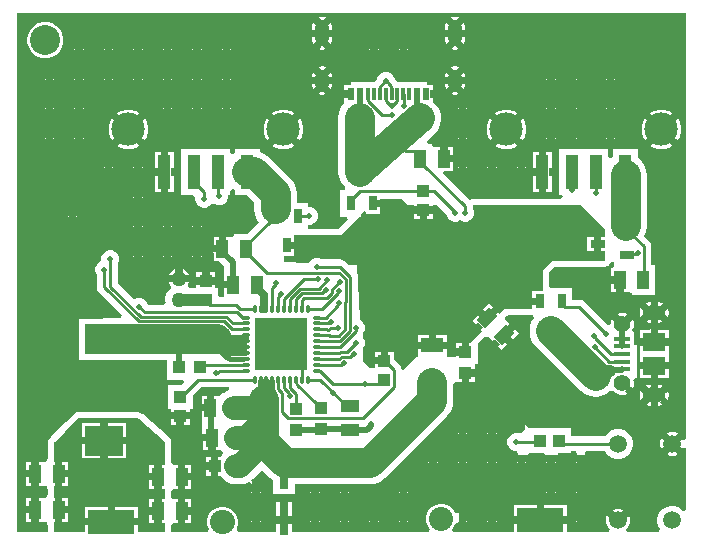
<source format=gtl>
G04*
G04 #@! TF.GenerationSoftware,Altium Limited,Altium Designer,24.3.1 (35)*
G04*
G04 Layer_Physical_Order=1*
G04 Layer_Color=255*
%FSLAX44Y44*%
%MOMM*%
G71*
G04*
G04 #@! TF.SameCoordinates,C75BA454-7026-4FA9-A0C7-AF5AFDCDB590*
G04*
G04*
G04 #@! TF.FilePolarity,Positive*
G04*
G01*
G75*
%ADD10C,0.5080*%
%ADD11C,0.2540*%
%ADD18R,0.7000X1.2500*%
%ADD19R,1.9558X1.5494*%
%ADD20R,1.3970X0.4572*%
%ADD21R,1.0000X1.5500*%
%ADD22R,1.1000X1.0000*%
%ADD23R,3.2004X2.4994*%
%ADD24O,0.2800X0.8000*%
%ADD25O,0.8000X0.2800*%
%ADD26R,4.5000X4.5000*%
G04:AMPARAMS|DCode=27|XSize=1mm|YSize=1.55mm|CornerRadius=0mm|HoleSize=0mm|Usage=FLASHONLY|Rotation=315.000|XOffset=0mm|YOffset=0mm|HoleType=Round|Shape=Rectangle|*
%AMROTATEDRECTD27*
4,1,4,-0.9016,-0.1945,0.1945,0.9016,0.9016,0.1945,-0.1945,-0.9016,-0.9016,-0.1945,0.0*
%
%ADD27ROTATEDRECTD27*%

%ADD28R,1.0000X1.1000*%
%ADD29R,0.6096X1.0922*%
%ADD30R,0.3048X1.0922*%
%ADD31R,1.1176X2.8702*%
%ADD32R,1.9000X1.2000*%
%ADD33R,1.5500X1.0000*%
%ADD34R,1.2500X0.7000*%
%ADD35R,0.8000X2.5000*%
%ADD54O,1.1176X1.9050*%
%ADD55O,1.9558X1.2700*%
%ADD56C,1.3970*%
%ADD59O,1.1176X2.3114*%
%ADD60C,1.4986*%
%ADD64C,2.5400*%
%ADD65C,1.0160*%
%ADD66C,0.6350*%
%ADD67C,2.0320*%
%ADD68C,0.4064*%
%ADD69C,0.3810*%
%ADD70C,0.6096*%
%ADD71C,0.6604*%
%ADD72C,2.5400*%
%ADD73C,2.0320*%
%ADD74C,2.8194*%
%ADD75R,4.0000X2.0000*%
%ADD76C,0.5080*%
%ADD77C,1.2700*%
%ADD78C,0.6604*%
%ADD79C,0.6096*%
G36*
X964524Y852043D02*
X964525Y661344D01*
X964525Y491349D01*
X961985Y490998D01*
X961494Y492184D01*
X959284Y489974D01*
X954794Y494464D01*
X957004Y496674D01*
X954496Y497713D01*
X950504D01*
X947996Y496674D01*
X950206Y494464D01*
X945716Y489974D01*
X943506Y492184D01*
X942467Y489676D01*
Y485684D01*
X943506Y483176D01*
X945716Y485386D01*
X950206Y480896D01*
X947996Y478686D01*
X950504Y477647D01*
X954496D01*
X957004Y478686D01*
X954794Y480896D01*
X959284Y485386D01*
X961494Y483176D01*
X961985Y484362D01*
X964525Y483857D01*
X964526Y431849D01*
X964379Y431741D01*
X961986Y430974D01*
X960220Y432740D01*
X957353Y434395D01*
X954155Y435252D01*
X950845D01*
X947647Y434395D01*
X944780Y432740D01*
X942439Y430399D01*
X940784Y427532D01*
X939927Y424334D01*
Y421024D01*
X940784Y417826D01*
X942204Y415365D01*
X941365Y412825D01*
X914427D01*
X913375Y415365D01*
X915006Y416996D01*
X916533Y420683D01*
Y424674D01*
X915494Y427183D01*
X913284Y424973D01*
X908794Y429463D01*
X911004Y431673D01*
X908496Y432712D01*
X904504D01*
X901996Y431673D01*
X904206Y429463D01*
X899716Y424973D01*
X897506Y427183D01*
X896467Y424674D01*
Y420683D01*
X897994Y416996D01*
X899625Y415365D01*
X898572Y412825D01*
X863280D01*
Y419735D01*
X860371D01*
Y426085D01*
X863280D01*
Y435450D01*
X843915D01*
Y432542D01*
X837565D01*
Y435450D01*
X818200D01*
Y426085D01*
X821109D01*
Y419735D01*
X818200D01*
Y412825D01*
X767118D01*
X766066Y415365D01*
X767083Y416382D01*
X768755Y419278D01*
X769006Y420217D01*
X771825Y420973D01*
Y425000D01*
Y429009D01*
X771493Y428677D01*
X769112Y429029D01*
X768713Y429179D01*
X768690Y429193D01*
X767083Y431978D01*
X764718Y434342D01*
X761822Y436015D01*
X758592Y436880D01*
X755248D01*
X752018Y436015D01*
X749122Y434342D01*
X746758Y431978D01*
X745086Y429082D01*
X744220Y425852D01*
Y422508D01*
X745086Y419278D01*
X746758Y416382D01*
X747774Y415365D01*
X746722Y412825D01*
X630110D01*
Y419735D01*
X627201D01*
Y426085D01*
X630110D01*
Y437950D01*
X626745D01*
Y435041D01*
X620395D01*
Y437950D01*
X617030D01*
Y426085D01*
X619939D01*
Y419735D01*
X617030D01*
Y412825D01*
X585089D01*
X583623Y415365D01*
X584110Y416210D01*
X584976Y419440D01*
Y422784D01*
X584110Y426014D01*
X582438Y428910D01*
X580074Y431275D01*
X579487Y431613D01*
X579298Y431802D01*
X576402Y433475D01*
X573172Y434340D01*
X569828D01*
X566598Y433475D01*
X563702Y431802D01*
X561338Y429438D01*
X559665Y426542D01*
X558800Y423312D01*
Y419968D01*
X559665Y416738D01*
X560458Y415365D01*
X558992Y412825D01*
X528419D01*
Y418152D01*
X529510Y420240D01*
X530960Y420240D01*
X533875D01*
Y423148D01*
X540225D01*
Y420240D01*
X544590D01*
Y427355D01*
X541681D01*
Y433705D01*
X544590D01*
Y440820D01*
X540225D01*
Y437911D01*
X533875D01*
Y440820D01*
X530960D01*
X529510Y440820D01*
X528419Y442908D01*
Y447362D01*
X529510Y449450D01*
X530960Y449450D01*
X533875D01*
Y452359D01*
X540225D01*
Y449450D01*
X544590D01*
Y456565D01*
X541681D01*
Y462915D01*
X544590D01*
Y470030D01*
X540225D01*
Y467122D01*
X533875D01*
Y470030D01*
X530960D01*
X529510Y470030D01*
X528419Y472118D01*
Y477198D01*
Y488316D01*
X528348Y488675D01*
X528352Y488695D01*
X528340Y488756D01*
X528352Y488844D01*
X528343Y488998D01*
X528273Y489267D01*
X528252Y489623D01*
X528193Y489847D01*
X528183Y489898D01*
X528124Y490041D01*
X528115Y490196D01*
X528010Y490412D01*
X527957Y490677D01*
X527898Y490819D01*
X527849Y490894D01*
X527833Y490954D01*
X527800Y490998D01*
X527789Y491051D01*
X527755Y491103D01*
X527732Y491190D01*
X527665Y491329D01*
X527502Y491544D01*
X527410Y491766D01*
X527300Y491875D01*
X527233Y492014D01*
X527202Y492056D01*
X527072Y492249D01*
X526821Y492501D01*
X526667Y492732D01*
X526558Y492841D01*
X526483Y492891D01*
X526445Y492940D01*
X526428Y492950D01*
X526207Y493243D01*
X504407Y512621D01*
X503967Y512879D01*
X503585Y513218D01*
X502945Y513593D01*
X502131Y513876D01*
X501335Y514205D01*
X500607Y514350D01*
X500097D01*
X499596Y514450D01*
X450364D01*
X449863Y514350D01*
X449353D01*
X448629Y514206D01*
X446762Y513433D01*
X446762Y513433D01*
X446148Y513023D01*
X445788Y512662D01*
X445364Y512379D01*
X443377Y510392D01*
X443377Y510392D01*
X438932Y505947D01*
X438932Y505947D01*
X434487Y501502D01*
X426152Y493166D01*
X425868Y492742D01*
X425507Y492382D01*
X425097Y491768D01*
X425097Y491768D01*
X424324Y489901D01*
X424180Y489177D01*
Y488667D01*
X424081Y488167D01*
Y475110D01*
X422830D01*
Y472956D01*
X420450Y472570D01*
X420290Y472570D01*
X416085D01*
Y469661D01*
X409735D01*
Y472570D01*
X405370D01*
Y465455D01*
X408279D01*
Y459105D01*
X405370D01*
Y451990D01*
X409735D01*
Y454898D01*
X416085D01*
Y451990D01*
X420290D01*
X420450Y451990D01*
X422830Y451604D01*
Y449450D01*
X424081D01*
Y444630D01*
X422830D01*
Y442476D01*
X420450Y442090D01*
X420290Y442090D01*
X416085D01*
Y439182D01*
X409735D01*
Y442090D01*
X405370D01*
Y434975D01*
X408279D01*
Y428625D01*
X405370D01*
Y421510D01*
X409735D01*
Y424418D01*
X416085D01*
Y421510D01*
X420290D01*
X420450Y421510D01*
X422830Y421124D01*
Y418970D01*
X424081D01*
Y412825D01*
X397474D01*
Y526351D01*
Y760168D01*
Y796130D01*
Y852046D01*
X512802D01*
X512825Y852050D01*
X964524Y852043D01*
D02*
G37*
G36*
X500325Y509125D02*
X500966Y508750D01*
X522766Y489371D01*
X522895Y489178D01*
X523004Y489069D01*
X523071Y488930D01*
X523103Y488889D01*
X523113Y488837D01*
X523172Y488695D01*
X523181Y488541D01*
X523240Y488316D01*
Y477198D01*
Y470030D01*
X520225D01*
Y467122D01*
X513875D01*
Y470030D01*
X509510D01*
Y462915D01*
X512419D01*
Y456565D01*
X509510D01*
Y449450D01*
X513875D01*
Y452359D01*
X520225D01*
Y449450D01*
X523240D01*
Y440820D01*
X520225D01*
Y437911D01*
X513875D01*
Y440820D01*
X509510D01*
Y433705D01*
X512419D01*
Y427355D01*
X509510D01*
Y420240D01*
X513875D01*
Y423148D01*
X520225D01*
Y420240D01*
X523240D01*
Y412825D01*
X500060D01*
Y418465D01*
X497151D01*
Y424815D01*
X500060D01*
Y434180D01*
X480695D01*
Y431272D01*
X474345D01*
Y434180D01*
X454980D01*
Y424815D01*
X457889D01*
Y418465D01*
X454980D01*
Y412825D01*
X429260D01*
Y421510D01*
X429735D01*
Y424418D01*
X436085D01*
Y421510D01*
X440450D01*
Y428625D01*
X437541D01*
Y434975D01*
X440450D01*
Y442090D01*
X436085D01*
Y439182D01*
X429735D01*
Y442090D01*
X429260D01*
Y451990D01*
X429735D01*
Y454898D01*
X436085D01*
Y451990D01*
X440450D01*
Y459105D01*
X437541D01*
Y465455D01*
X440450D01*
Y472570D01*
X436085D01*
Y469661D01*
X429735D01*
Y472570D01*
X429260D01*
Y488167D01*
X429404Y488890D01*
X429814Y489504D01*
X438150Y497840D01*
X442595Y502285D01*
X447040Y506730D01*
X447040Y506730D01*
X449026Y508716D01*
X449640Y509126D01*
X450364Y509270D01*
X499596D01*
X500325Y509125D01*
D02*
G37*
%LPC*%
G36*
X768540Y849346D02*
X765373Y848716D01*
X767794Y846295D01*
X763304Y841805D01*
X760883Y844226D01*
X760253Y841059D01*
Y838265D01*
X763320D01*
Y831915D01*
X760253D01*
Y829121D01*
X760883Y825954D01*
X763304Y828375D01*
X767794Y823885D01*
X765373Y821464D01*
X768540Y820834D01*
X771707Y821464D01*
X769286Y823885D01*
X773776Y828375D01*
X776197Y825954D01*
X776827Y829121D01*
Y831915D01*
X773760D01*
Y838265D01*
X776827D01*
Y841059D01*
X776197Y844226D01*
X773776Y841805D01*
X769286Y846295D01*
X771707Y848716D01*
X768540Y849346D01*
D02*
G37*
G36*
X656140D02*
X652973Y848716D01*
X655394Y846295D01*
X650904Y841805D01*
X648483Y844226D01*
X647853Y841059D01*
Y838265D01*
X650920D01*
Y831915D01*
X647853D01*
Y829121D01*
X648483Y825954D01*
X650904Y828375D01*
X655394Y823885D01*
X652973Y821464D01*
X656140Y820834D01*
X659307Y821464D01*
X656886Y823885D01*
X661376Y828375D01*
X663797Y825954D01*
X664427Y829121D01*
Y831915D01*
X661359D01*
Y838265D01*
X664427D01*
Y841059D01*
X663797Y844226D01*
X661376Y841805D01*
X656886Y846295D01*
X659307Y848716D01*
X656140Y849346D01*
D02*
G37*
G36*
X728175Y829009D02*
Y828175D01*
X729009D01*
X728175Y829009D01*
D02*
G37*
G36*
X721825D02*
X720991Y828175D01*
X721825D01*
Y829009D01*
D02*
G37*
G36*
X703175D02*
Y828175D01*
X704009D01*
X703175Y829009D01*
D02*
G37*
G36*
X696825D02*
X695991Y828175D01*
X696825D01*
Y829009D01*
D02*
G37*
G36*
X578175D02*
Y828175D01*
X579009D01*
X578175Y829009D01*
D02*
G37*
G36*
X571825D02*
X570991Y828175D01*
X571825D01*
Y829009D01*
D02*
G37*
G36*
X553175D02*
Y828175D01*
X554009D01*
X553175Y829009D01*
D02*
G37*
G36*
X546825D02*
X545991Y828175D01*
X546825D01*
Y829009D01*
D02*
G37*
G36*
X528175D02*
Y828175D01*
X529009D01*
X528175Y829009D01*
D02*
G37*
G36*
X521825D02*
X520991Y828175D01*
X521825D01*
Y829009D01*
D02*
G37*
G36*
X503175D02*
Y828175D01*
X504009D01*
X503175Y829009D01*
D02*
G37*
G36*
X496825D02*
X495991Y828175D01*
X496825D01*
Y829009D01*
D02*
G37*
G36*
X478175D02*
Y828175D01*
X479009D01*
X478175Y829009D01*
D02*
G37*
G36*
X471825D02*
X470991Y828175D01*
X471825D01*
Y829009D01*
D02*
G37*
G36*
X453175D02*
Y828175D01*
X454009D01*
X453175Y829009D01*
D02*
G37*
G36*
X446825D02*
X445991Y828175D01*
X446825D01*
Y829009D01*
D02*
G37*
G36*
X729009Y821825D02*
X728175D01*
Y820991D01*
X729009Y821825D01*
D02*
G37*
G36*
X721825D02*
X720991D01*
X721825Y820991D01*
Y821825D01*
D02*
G37*
G36*
X704009D02*
X703175D01*
Y820991D01*
X704009Y821825D01*
D02*
G37*
G36*
X696825D02*
X695991D01*
X696825Y820991D01*
Y821825D01*
D02*
G37*
G36*
X579009D02*
X578175D01*
Y820991D01*
X579009Y821825D01*
D02*
G37*
G36*
X571825D02*
X570991D01*
X571825Y820991D01*
Y821825D01*
D02*
G37*
G36*
X554009D02*
X553175D01*
Y820991D01*
X554009Y821825D01*
D02*
G37*
G36*
X546825D02*
X545991D01*
X546825Y820991D01*
Y821825D01*
D02*
G37*
G36*
X529009D02*
X528175D01*
Y820991D01*
X529009Y821825D01*
D02*
G37*
G36*
X521825D02*
X520991D01*
X521825Y820991D01*
Y821825D01*
D02*
G37*
G36*
X504009D02*
X503175D01*
Y820991D01*
X504009Y821825D01*
D02*
G37*
G36*
X496825D02*
X495991D01*
X496825Y820991D01*
Y821825D01*
D02*
G37*
G36*
X479009D02*
X478175D01*
Y820991D01*
X479009Y821825D01*
D02*
G37*
G36*
X471825D02*
X470991D01*
X471825Y820991D01*
Y821825D01*
D02*
G37*
G36*
X454009D02*
X453175D01*
Y820991D01*
X454009Y821825D01*
D02*
G37*
G36*
X446825D02*
X445991D01*
X446825Y820991D01*
Y821825D01*
D02*
G37*
G36*
X423646Y844550D02*
X419634D01*
X415758Y843511D01*
X412282Y841505D01*
X409445Y838668D01*
X407439Y835192D01*
X406400Y831316D01*
Y827304D01*
X407439Y823428D01*
X409445Y819952D01*
X412282Y817115D01*
X415758Y815109D01*
X419634Y814070D01*
X423646D01*
X427522Y815109D01*
X430998Y817115D01*
X433835Y819952D01*
X435841Y823428D01*
X436880Y827304D01*
Y831316D01*
X435841Y835192D01*
X433835Y838668D01*
X430998Y841505D01*
X427522Y843511D01*
X423646Y844550D01*
D02*
G37*
G36*
X903175Y804009D02*
Y803175D01*
X904009D01*
X903175Y804009D01*
D02*
G37*
G36*
X896825D02*
X895991Y803175D01*
X896825D01*
Y804009D01*
D02*
G37*
G36*
X878175D02*
Y803175D01*
X879009D01*
X878175Y804009D01*
D02*
G37*
G36*
X871825D02*
X870991Y803175D01*
X871825D01*
Y804009D01*
D02*
G37*
G36*
X853175D02*
Y803175D01*
X854009D01*
X853175Y804009D01*
D02*
G37*
G36*
X846825D02*
X845991Y803175D01*
X846825D01*
Y804009D01*
D02*
G37*
G36*
X578175D02*
Y803175D01*
X579009D01*
X578175Y804009D01*
D02*
G37*
G36*
X571825D02*
X570991Y803175D01*
X571825D01*
Y804009D01*
D02*
G37*
G36*
X553175D02*
Y803175D01*
X554009D01*
X553175Y804009D01*
D02*
G37*
G36*
X546825D02*
X545991Y803175D01*
X546825D01*
Y804009D01*
D02*
G37*
G36*
X528175D02*
Y803175D01*
X529009D01*
X528175Y804009D01*
D02*
G37*
G36*
X521825D02*
X520991Y803175D01*
X521825D01*
Y804009D01*
D02*
G37*
G36*
X503175D02*
Y803175D01*
X504009D01*
X503175Y804009D01*
D02*
G37*
G36*
X496825D02*
X495991Y803175D01*
X496825D01*
Y804009D01*
D02*
G37*
G36*
X478175D02*
Y803175D01*
X479009D01*
X478175Y804009D01*
D02*
G37*
G36*
X471825D02*
X470991Y803175D01*
X471825D01*
Y804009D01*
D02*
G37*
G36*
X453175D02*
Y803175D01*
X454009D01*
X453175Y804009D01*
D02*
G37*
G36*
X446825D02*
X445991Y803175D01*
X446825D01*
Y804009D01*
D02*
G37*
G36*
X428175D02*
Y803175D01*
X429009D01*
X428175Y804009D01*
D02*
G37*
G36*
X421825D02*
X420991Y803175D01*
X421825D01*
Y804009D01*
D02*
G37*
G36*
X768540Y807314D02*
X765373Y806684D01*
X767794Y804263D01*
X763304Y799773D01*
X760883Y802194D01*
X760253Y799027D01*
Y798265D01*
X763320D01*
Y791915D01*
X760253D01*
Y791153D01*
X760883Y787986D01*
X763304Y790407D01*
X767794Y785917D01*
X765373Y783496D01*
X768540Y782866D01*
X771707Y783496D01*
X769286Y785917D01*
X773776Y790407D01*
X776197Y787986D01*
X776827Y791153D01*
Y791915D01*
X773760D01*
Y798265D01*
X776827D01*
Y799027D01*
X776197Y802194D01*
X773776Y799773D01*
X769286Y804263D01*
X771707Y806684D01*
X768540Y807314D01*
D02*
G37*
G36*
X656140D02*
X652973Y806684D01*
X655394Y804263D01*
X650904Y799773D01*
X648483Y802194D01*
X647853Y799027D01*
Y798265D01*
X650920D01*
Y791915D01*
X647853D01*
Y791153D01*
X648483Y787986D01*
X650904Y790407D01*
X655394Y785917D01*
X652973Y783496D01*
X656140Y782866D01*
X659307Y783496D01*
X656886Y785917D01*
X661376Y790407D01*
X663797Y787986D01*
X664427Y791153D01*
Y791915D01*
X661359D01*
Y798265D01*
X664427D01*
Y799027D01*
X663797Y802194D01*
X661376Y799773D01*
X656886Y804263D01*
X659307Y806684D01*
X656140Y807314D01*
D02*
G37*
G36*
X904009Y796825D02*
X903175D01*
Y795991D01*
X904009Y796825D01*
D02*
G37*
G36*
X896825D02*
X895991D01*
X896825Y795991D01*
Y796825D01*
D02*
G37*
G36*
X879009D02*
X878175D01*
Y795991D01*
X879009Y796825D01*
D02*
G37*
G36*
X871825D02*
X870991D01*
X871825Y795991D01*
Y796825D01*
D02*
G37*
G36*
X854009D02*
X853175D01*
Y795991D01*
X854009Y796825D01*
D02*
G37*
G36*
X846825D02*
X845991D01*
X846825Y795991D01*
Y796825D01*
D02*
G37*
G36*
X579009D02*
X578175D01*
Y795991D01*
X579009Y796825D01*
D02*
G37*
G36*
X571825D02*
X570991D01*
X571825Y795991D01*
Y796825D01*
D02*
G37*
G36*
X554009D02*
X553175D01*
Y795991D01*
X554009Y796825D01*
D02*
G37*
G36*
X546825D02*
X545991D01*
X546825Y795991D01*
Y796825D01*
D02*
G37*
G36*
X529009D02*
X528175D01*
Y795991D01*
X529009Y796825D01*
D02*
G37*
G36*
X521825D02*
X520991D01*
X521825Y795991D01*
Y796825D01*
D02*
G37*
G36*
X504009D02*
X503175D01*
Y795991D01*
X504009Y796825D01*
D02*
G37*
G36*
X496825D02*
X495991D01*
X496825Y795991D01*
Y796825D01*
D02*
G37*
G36*
X479009D02*
X478175D01*
Y795991D01*
X479009Y796825D01*
D02*
G37*
G36*
X471825D02*
X470991D01*
X471825Y795991D01*
Y796825D01*
D02*
G37*
G36*
X454009D02*
X453175D01*
Y795991D01*
X454009Y796825D01*
D02*
G37*
G36*
X446825D02*
X445991D01*
X446825Y795991D01*
Y796825D01*
D02*
G37*
G36*
X429009D02*
X428175D01*
Y795991D01*
X429009Y796825D01*
D02*
G37*
G36*
X421825D02*
X420991D01*
X421825Y795991D01*
Y796825D01*
D02*
G37*
G36*
X903175Y779009D02*
Y778175D01*
X904009D01*
X903175Y779009D01*
D02*
G37*
G36*
X896825D02*
X895991Y778175D01*
X896825D01*
Y779009D01*
D02*
G37*
G36*
X878175D02*
Y778175D01*
X879009D01*
X878175Y779009D01*
D02*
G37*
G36*
X871825D02*
X870991Y778175D01*
X871825D01*
Y779009D01*
D02*
G37*
G36*
X853175D02*
Y778175D01*
X854009D01*
X853175Y779009D01*
D02*
G37*
G36*
X846825D02*
X845991Y778175D01*
X846825D01*
Y779009D01*
D02*
G37*
G36*
X778175D02*
Y778175D01*
X779009D01*
X778175Y779009D01*
D02*
G37*
G36*
X771825D02*
X770991Y778175D01*
X771825D01*
Y779009D01*
D02*
G37*
G36*
X578175D02*
Y778175D01*
X579009D01*
X578175Y779009D01*
D02*
G37*
G36*
X571825D02*
X570991Y778175D01*
X571825D01*
Y779009D01*
D02*
G37*
G36*
X553175D02*
Y778175D01*
X554009D01*
X553175Y779009D01*
D02*
G37*
G36*
X546825D02*
X545991Y778175D01*
X546825D01*
Y779009D01*
D02*
G37*
G36*
X528175D02*
Y778175D01*
X529009D01*
X528175Y779009D01*
D02*
G37*
G36*
X521825D02*
X520991Y778175D01*
X521825D01*
Y779009D01*
D02*
G37*
G36*
X453175D02*
Y778175D01*
X454009D01*
X453175Y779009D01*
D02*
G37*
G36*
X446825D02*
X445991Y778175D01*
X446825D01*
Y779009D01*
D02*
G37*
G36*
X428175D02*
Y778175D01*
X429009D01*
X428175Y779009D01*
D02*
G37*
G36*
X421825D02*
X420991Y778175D01*
X421825D01*
Y779009D01*
D02*
G37*
G36*
X904009Y771825D02*
X903175D01*
Y770991D01*
X904009Y771825D01*
D02*
G37*
G36*
X896825D02*
X895991D01*
X896825Y770991D01*
Y771825D01*
D02*
G37*
G36*
X879009D02*
X878175D01*
Y770991D01*
X879009Y771825D01*
D02*
G37*
G36*
X871825D02*
X870991D01*
X871825Y770991D01*
Y771825D01*
D02*
G37*
G36*
X854009D02*
X853175D01*
Y770991D01*
X854009Y771825D01*
D02*
G37*
G36*
X846825D02*
X845991D01*
X846825Y770991D01*
Y771825D01*
D02*
G37*
G36*
X779009D02*
X778175D01*
Y770991D01*
X779009Y771825D01*
D02*
G37*
G36*
X771825D02*
X770991D01*
X771825Y770991D01*
Y771825D01*
D02*
G37*
G36*
X579009D02*
X578175D01*
Y770991D01*
X579009Y771825D01*
D02*
G37*
G36*
X571825D02*
X570991D01*
X571825Y770991D01*
Y771825D01*
D02*
G37*
G36*
X554009D02*
X553175D01*
Y770991D01*
X554009Y771825D01*
D02*
G37*
G36*
X546825D02*
X545991D01*
X546825Y770991D01*
Y771825D01*
D02*
G37*
G36*
X529009D02*
X528175D01*
Y770991D01*
X529009Y771825D01*
D02*
G37*
G36*
X521825D02*
X520991D01*
X521825Y770991D01*
Y771825D01*
D02*
G37*
G36*
X454009D02*
X453175D01*
Y770991D01*
X454009Y771825D01*
D02*
G37*
G36*
X446825D02*
X445991D01*
X446825Y770991D01*
Y771825D01*
D02*
G37*
G36*
X429009D02*
X428175D01*
Y770991D01*
X429009Y771825D01*
D02*
G37*
G36*
X421825D02*
X420991D01*
X421825Y770991D01*
Y771825D01*
D02*
G37*
G36*
X945460Y770452D02*
X941080D01*
X936848Y769318D01*
X933938Y767638D01*
X936063Y765512D01*
X931573Y761022D01*
X929447Y763148D01*
X927767Y760237D01*
X926633Y756005D01*
Y751625D01*
X927767Y747393D01*
X929447Y744483D01*
X931573Y746609D01*
X936063Y742118D01*
X933938Y739993D01*
X936848Y738312D01*
X941080Y737178D01*
X945460D01*
X949692Y738312D01*
X952602Y739993D01*
X950477Y742118D01*
X954967Y746609D01*
X957093Y744483D01*
X958773Y747393D01*
X959907Y751625D01*
Y756005D01*
X958773Y760237D01*
X957093Y763148D01*
X954967Y761022D01*
X950477Y765512D01*
X952602Y767638D01*
X949692Y769318D01*
X945460Y770452D01*
D02*
G37*
G36*
X814060D02*
X809680D01*
X805448Y769318D01*
X802538Y767638D01*
X804663Y765512D01*
X800173Y761022D01*
X798047Y763148D01*
X796367Y760237D01*
X795233Y756005D01*
Y751625D01*
X796367Y747393D01*
X798047Y744483D01*
X800173Y746609D01*
X804663Y742118D01*
X802538Y739993D01*
X805448Y738312D01*
X809680Y737178D01*
X814060D01*
X818292Y738312D01*
X821202Y739993D01*
X819077Y742118D01*
X823567Y746609D01*
X825693Y744483D01*
X827373Y747393D01*
X828507Y751625D01*
Y756005D01*
X827373Y760237D01*
X825693Y763148D01*
X823567Y761022D01*
X819077Y765512D01*
X821202Y767638D01*
X818292Y769318D01*
X814060Y770452D01*
D02*
G37*
G36*
X625420D02*
X621040D01*
X616808Y769318D01*
X613898Y767638D01*
X616023Y765512D01*
X611533Y761022D01*
X609407Y763148D01*
X607727Y760237D01*
X606593Y756005D01*
Y751625D01*
X607727Y747393D01*
X609407Y744483D01*
X611533Y746609D01*
X616023Y742118D01*
X613898Y739993D01*
X616808Y738312D01*
X621040Y737178D01*
X625420D01*
X629652Y738312D01*
X632562Y739993D01*
X630437Y742118D01*
X634927Y746609D01*
X637053Y744483D01*
X638733Y747393D01*
X639867Y751625D01*
Y756005D01*
X638733Y760237D01*
X637053Y763148D01*
X634927Y761022D01*
X630437Y765512D01*
X632562Y767638D01*
X629652Y769318D01*
X625420Y770452D01*
D02*
G37*
G36*
X494020D02*
X489640D01*
X485408Y769318D01*
X482497Y767638D01*
X484623Y765512D01*
X480133Y761022D01*
X478007Y763148D01*
X476327Y760237D01*
X475193Y756005D01*
Y751625D01*
X476327Y747393D01*
X478007Y744483D01*
X480133Y746609D01*
X484623Y742118D01*
X482497Y739993D01*
X485408Y738312D01*
X489640Y737178D01*
X494020D01*
X498252Y738312D01*
X501162Y739993D01*
X499037Y742118D01*
X503527Y746609D01*
X505653Y744483D01*
X507333Y747393D01*
X508467Y751625D01*
Y756005D01*
X507333Y760237D01*
X505653Y763148D01*
X503527Y761022D01*
X499037Y765512D01*
X501162Y767638D01*
X498252Y769318D01*
X494020Y770452D01*
D02*
G37*
G36*
X903175Y754009D02*
Y753175D01*
X904009D01*
X903175Y754009D01*
D02*
G37*
G36*
X896825D02*
X895991Y753175D01*
X896825D01*
Y754009D01*
D02*
G37*
G36*
X878175D02*
Y753175D01*
X879009D01*
X878175Y754009D01*
D02*
G37*
G36*
X871825D02*
X870991Y753175D01*
X871825D01*
Y754009D01*
D02*
G37*
G36*
X853175D02*
Y753175D01*
X854009D01*
X853175Y754009D01*
D02*
G37*
G36*
X846825D02*
X845991Y753175D01*
X846825D01*
Y754009D01*
D02*
G37*
G36*
X778175D02*
Y753175D01*
X779009D01*
X778175Y754009D01*
D02*
G37*
G36*
X771825D02*
X770991Y753175D01*
X771825D01*
Y754009D01*
D02*
G37*
G36*
X453175D02*
Y753175D01*
X454009D01*
X453175Y754009D01*
D02*
G37*
G36*
X446825D02*
X445991Y753175D01*
X446825D01*
Y754009D01*
D02*
G37*
G36*
X428175D02*
Y753175D01*
X429009D01*
X428175Y754009D01*
D02*
G37*
G36*
X421825D02*
X420991Y753175D01*
X421825D01*
Y754009D01*
D02*
G37*
G36*
X904009Y746825D02*
X903175D01*
Y745991D01*
X904009Y746825D01*
D02*
G37*
G36*
X896825D02*
X895991D01*
X896825Y745991D01*
Y746825D01*
D02*
G37*
G36*
X879009D02*
X878175D01*
Y745991D01*
X879009Y746825D01*
D02*
G37*
G36*
X871825D02*
X870991D01*
X871825Y745991D01*
Y746825D01*
D02*
G37*
G36*
X854009D02*
X853175D01*
Y745991D01*
X854009Y746825D01*
D02*
G37*
G36*
X846825D02*
X845991D01*
X846825Y745991D01*
Y746825D01*
D02*
G37*
G36*
X779009D02*
X778175D01*
Y745991D01*
X779009Y746825D01*
D02*
G37*
G36*
X771825D02*
X770991D01*
X771825Y745991D01*
Y746825D01*
D02*
G37*
G36*
X454009D02*
X453175D01*
Y745991D01*
X454009Y746825D01*
D02*
G37*
G36*
X446825D02*
X445991D01*
X446825Y745991D01*
Y746825D01*
D02*
G37*
G36*
X429009D02*
X428175D01*
Y745991D01*
X429009Y746825D01*
D02*
G37*
G36*
X421825D02*
X420991D01*
X421825Y745991D01*
Y746825D01*
D02*
G37*
G36*
X850698Y734706D02*
X845745D01*
Y731798D01*
X839395D01*
Y734706D01*
X834442D01*
Y720990D01*
X837350D01*
Y714640D01*
X834442D01*
Y700924D01*
X839395D01*
Y703833D01*
X845745D01*
Y700924D01*
X850698D01*
Y714640D01*
X847790D01*
Y720990D01*
X850698D01*
Y734706D01*
D02*
G37*
G36*
X530658D02*
X525705D01*
Y731798D01*
X519355D01*
Y734706D01*
X514402D01*
Y720990D01*
X517310D01*
Y714640D01*
X514402D01*
Y700924D01*
X519355D01*
Y703833D01*
X525705D01*
Y700924D01*
X530658D01*
Y714640D01*
X527749D01*
Y720990D01*
X530658D01*
Y734706D01*
D02*
G37*
G36*
X828175Y729009D02*
Y728175D01*
X829009D01*
X828175Y729009D01*
D02*
G37*
G36*
X821825D02*
X820991Y728175D01*
X821825D01*
Y729009D01*
D02*
G37*
G36*
X803175D02*
Y728175D01*
X804009D01*
X803175Y729009D01*
D02*
G37*
G36*
X796825D02*
X795991Y728175D01*
X796825D01*
Y729009D01*
D02*
G37*
G36*
X778175D02*
Y728175D01*
X779009D01*
X778175Y729009D01*
D02*
G37*
G36*
X771825D02*
X770991Y728175D01*
X771825D01*
Y729009D01*
D02*
G37*
G36*
X503175D02*
Y728175D01*
X504009D01*
X503175Y729009D01*
D02*
G37*
G36*
X496825D02*
X495991Y728175D01*
X496825D01*
Y729009D01*
D02*
G37*
G36*
X478175D02*
Y728175D01*
X479009D01*
X478175Y729009D01*
D02*
G37*
G36*
X471825D02*
X470991Y728175D01*
X471825D01*
Y729009D01*
D02*
G37*
G36*
X829009Y721825D02*
X828175D01*
Y720991D01*
X829009Y721825D01*
D02*
G37*
G36*
X821825D02*
X820991D01*
X821825Y720991D01*
Y721825D01*
D02*
G37*
G36*
X804009D02*
X803175D01*
Y720991D01*
X804009Y721825D01*
D02*
G37*
G36*
X796825D02*
X795991D01*
X796825Y720991D01*
Y721825D01*
D02*
G37*
G36*
X779009D02*
X778175D01*
Y720991D01*
X779009Y721825D01*
D02*
G37*
G36*
X771825D02*
X770991D01*
X771825Y720991D01*
Y721825D01*
D02*
G37*
G36*
X504009D02*
X503175D01*
Y720991D01*
X504009Y721825D01*
D02*
G37*
G36*
X496825D02*
X495991D01*
X496825Y720991D01*
Y721825D01*
D02*
G37*
G36*
X479009D02*
X478175D01*
Y720991D01*
X479009Y721825D01*
D02*
G37*
G36*
X471825D02*
X470991D01*
X471825Y720991D01*
Y721825D01*
D02*
G37*
G36*
X503175Y704009D02*
Y703175D01*
X504009D01*
X503175Y704009D01*
D02*
G37*
G36*
X496825D02*
X495991Y703175D01*
X496825D01*
Y704009D01*
D02*
G37*
G36*
X504009Y696825D02*
X503175D01*
Y695991D01*
X504009Y696825D01*
D02*
G37*
G36*
X496825D02*
X495991D01*
X496825Y695991D01*
Y696825D01*
D02*
G37*
G36*
X447675Y687269D02*
Y686435D01*
X448509D01*
X447675Y687269D01*
D02*
G37*
G36*
X441325D02*
X440491Y686435D01*
X441325D01*
Y687269D01*
D02*
G37*
G36*
X448509Y680085D02*
X447675D01*
Y679251D01*
X448509Y680085D01*
D02*
G37*
G36*
X441325D02*
X440491D01*
X441325Y679251D01*
Y680085D01*
D02*
G37*
G36*
X553175Y679009D02*
Y678175D01*
X554009D01*
X553175Y679009D01*
D02*
G37*
G36*
X546825D02*
X545991Y678175D01*
X546825D01*
Y679009D01*
D02*
G37*
G36*
X528175D02*
Y678175D01*
X529009D01*
X528175Y679009D01*
D02*
G37*
G36*
X521825D02*
X520991Y678175D01*
X521825D01*
Y679009D01*
D02*
G37*
G36*
X503175D02*
Y678175D01*
X504009D01*
X503175Y679009D01*
D02*
G37*
G36*
X496825D02*
X495991Y678175D01*
X496825D01*
Y679009D01*
D02*
G37*
G36*
X554009Y671825D02*
X553175D01*
Y670991D01*
X554009Y671825D01*
D02*
G37*
G36*
X546825D02*
X545991D01*
X546825Y670991D01*
Y671825D01*
D02*
G37*
G36*
X529009D02*
X528175D01*
Y670991D01*
X529009Y671825D01*
D02*
G37*
G36*
X521825D02*
X520991D01*
X521825Y670991D01*
Y671825D01*
D02*
G37*
G36*
X504009D02*
X503175D01*
Y670991D01*
X504009Y671825D01*
D02*
G37*
G36*
X496825D02*
X495991D01*
X496825Y670991D01*
Y671825D01*
D02*
G37*
G36*
X711446Y802640D02*
X708414D01*
X705614Y801480D01*
X703470Y799336D01*
X702325Y796571D01*
X700516Y794762D01*
X700094Y794131D01*
X680212D01*
Y791591D01*
X674752D01*
Y786765D01*
X677661D01*
Y780415D01*
X674752D01*
Y775709D01*
X672266Y772470D01*
X670475Y768145D01*
X669864Y763503D01*
Y717890D01*
X670475Y713248D01*
X672266Y708923D01*
X675116Y705209D01*
X675372Y704953D01*
X675029Y702809D01*
X674894Y702413D01*
X671530D01*
Y679753D01*
X676730D01*
X677701Y677406D01*
X669685Y669389D01*
X644190D01*
Y672998D01*
X646574D01*
X649375Y674158D01*
X651518Y676302D01*
X652678Y679103D01*
Y682134D01*
X651518Y684935D01*
X649375Y687078D01*
X646574Y688238D01*
X644190D01*
Y691847D01*
X634544D01*
Y699196D01*
X633933Y703837D01*
X632141Y708163D01*
X629291Y711877D01*
X629291Y711877D01*
X610672Y730496D01*
X606958Y733346D01*
X603198Y734903D01*
Y737246D01*
X581862D01*
Y733411D01*
X580738Y732651D01*
X578198Y733999D01*
Y737246D01*
X536862D01*
Y698384D01*
X546581D01*
X548640Y696718D01*
Y693686D01*
X549800Y690886D01*
X551944Y688742D01*
X554744Y687582D01*
X557776D01*
X560576Y688742D01*
X562720Y690886D01*
X565308Y690495D01*
X567444Y689610D01*
X570476D01*
X573276Y690770D01*
X575420Y692914D01*
X576580Y695714D01*
Y698384D01*
X578198D01*
Y701631D01*
X580738Y702980D01*
X581862Y702219D01*
Y698384D01*
X592060D01*
X598677Y691768D01*
Y686410D01*
X599288Y681768D01*
X601080Y677443D01*
X602528Y675555D01*
X592584Y665610D01*
X581580D01*
Y663456D01*
X579200Y663070D01*
Y663070D01*
X574835D01*
Y660162D01*
X568485D01*
Y663070D01*
X564120D01*
Y655955D01*
X567029D01*
Y649605D01*
X563975D01*
X564120Y648877D01*
Y642490D01*
X568213D01*
X572781Y637922D01*
Y625475D01*
X575919D01*
Y619125D01*
X573010D01*
Y612213D01*
X570477Y611992D01*
X568110Y612328D01*
Y619300D01*
X565570D01*
Y622044D01*
X562662D01*
Y628394D01*
X565570D01*
Y632759D01*
X560705D01*
Y629851D01*
X554355D01*
Y632759D01*
X549490D01*
Y628394D01*
X552398D01*
Y622044D01*
X549490D01*
Y619659D01*
X543114D01*
X542062Y622199D01*
X542207Y622344D01*
X542977Y624205D01*
X526363D01*
X527133Y622344D01*
X528129Y621349D01*
X527797Y618830D01*
X527652Y618746D01*
X525524Y616618D01*
X524019Y614012D01*
X523240Y611105D01*
Y608095D01*
X523420Y607421D01*
X521874Y605406D01*
X508583D01*
X507589Y607804D01*
X505446Y609947D01*
X502645Y611107D01*
X499614D01*
X496813Y609947D01*
X496727Y609862D01*
X483237Y623353D01*
Y639609D01*
X484382Y642374D01*
Y645406D01*
X483222Y648206D01*
X481078Y650350D01*
X478278Y651510D01*
X475246D01*
X472446Y650350D01*
X470302Y648206D01*
X469142Y645406D01*
Y642374D01*
X469205Y642222D01*
X467366Y641460D01*
X465222Y639316D01*
X464062Y636516D01*
Y633484D01*
X465208Y630719D01*
Y620363D01*
X465701Y617885D01*
X467104Y615784D01*
X486536Y596352D01*
X485564Y594005D01*
X471170D01*
X468461Y593649D01*
X450088D01*
Y558495D01*
X468461D01*
X471170Y558139D01*
X524480D01*
Y541870D01*
X538356D01*
X539328Y539523D01*
X537314Y537509D01*
X525310D01*
Y517349D01*
X527850D01*
Y514605D01*
X530759D01*
Y508255D01*
X527850D01*
Y503890D01*
X532715D01*
Y506799D01*
X539065D01*
Y503890D01*
X543930D01*
Y508255D01*
X541022D01*
Y514605D01*
X543930D01*
Y517349D01*
X546470D01*
Y528353D01*
X553623Y535506D01*
X577155D01*
X577522Y533008D01*
X573814Y531472D01*
X573186Y530990D01*
X571420D01*
Y529635D01*
X571169Y529442D01*
X569040Y528450D01*
X564675D01*
Y525541D01*
X558325D01*
Y528450D01*
X553960D01*
Y521335D01*
X556869D01*
Y514985D01*
X553960D01*
Y507870D01*
X554366D01*
Y495935D01*
X558139D01*
Y489585D01*
X555230D01*
Y482470D01*
X559595D01*
Y485378D01*
X565945D01*
Y482470D01*
X570310D01*
X571590Y481874D01*
X572103Y479410D01*
X570000Y476670D01*
X568215D01*
Y473761D01*
X561865D01*
Y476670D01*
X557500D01*
Y471805D01*
X560409D01*
Y465455D01*
X557500D01*
Y460590D01*
X561865D01*
Y463498D01*
X568215D01*
Y460590D01*
X570000D01*
X572171Y457761D01*
X575354Y455318D01*
X579062Y453782D01*
X583040Y453259D01*
X586740D01*
X590718Y453782D01*
X594107Y455186D01*
X594426Y455318D01*
X594561Y455337D01*
X596013Y453197D01*
X595991Y453175D01*
X596825D01*
Y455558D01*
X596185Y456667D01*
X597609Y457761D01*
X605248Y465400D01*
X612159Y458489D01*
X612159Y458489D01*
X614490Y456701D01*
Y444700D01*
X632650D01*
Y453237D01*
X643093D01*
X643143Y453175D01*
X656857D01*
X656907Y453237D01*
X668093D01*
X668143Y453175D01*
X681857D01*
X681907Y453237D01*
X696449D01*
X701090Y453848D01*
X705415Y455639D01*
X709129Y458489D01*
X761981Y511340D01*
X764831Y515055D01*
X766622Y519380D01*
X767233Y524021D01*
X767233Y524022D01*
Y538446D01*
X768739Y539506D01*
X769685Y539830D01*
X774065D01*
Y542738D01*
X780415D01*
Y539830D01*
X785280D01*
Y544195D01*
X782372D01*
Y550545D01*
X785280D01*
Y552750D01*
X785280Y554910D01*
X787663Y555290D01*
X787820D01*
Y572215D01*
X793420Y577815D01*
X793624Y577611D01*
X795147Y579134D01*
X797103Y577724D01*
X797216Y577611D01*
X800190Y574638D01*
X802246Y576694D01*
X806737Y572204D01*
X804680Y570148D01*
X807766Y567061D01*
X812798Y572092D01*
X810741Y574149D01*
X815231Y578639D01*
X817288Y576582D01*
X822319Y581614D01*
X819232Y584700D01*
X817176Y582643D01*
X812685Y587133D01*
X814742Y589190D01*
X811769Y592164D01*
X811656Y592277D01*
X810757Y593524D01*
X812033Y595887D01*
X813876Y596800D01*
X831550D01*
Y596797D01*
X834502D01*
X835754Y594257D01*
X834099Y592100D01*
X832308Y587775D01*
X831697Y583133D01*
X832308Y578492D01*
X834099Y574166D01*
X836949Y570452D01*
X858006Y549396D01*
X874833Y532569D01*
X878547Y529719D01*
X882872Y527927D01*
X887514Y527316D01*
X892155Y527927D01*
X896480Y529719D01*
X899871Y532320D01*
X900402Y532551D01*
X903199Y532311D01*
X904865Y530645D01*
X908365Y529195D01*
X912155D01*
X914375Y530115D01*
X912154Y532336D01*
X916644Y536826D01*
X918865Y534605D01*
X919785Y536825D01*
Y540615D01*
X919525Y541242D01*
X920936Y543354D01*
X922325D01*
Y549854D01*
Y564586D01*
Y571086D01*
X919785D01*
Y581546D01*
X919785Y581546D01*
X918650Y584086D01*
X919785Y586825D01*
Y590615D01*
X918865Y592835D01*
X916644Y590614D01*
X912154Y595104D01*
X914375Y597325D01*
X912155Y598245D01*
X908365D01*
X906145Y597325D01*
X908366Y595104D01*
X903876Y590614D01*
X901655Y592835D01*
X900735Y590615D01*
Y589219D01*
X898623Y587808D01*
X898171Y587995D01*
X878441Y607725D01*
X876341Y609128D01*
X873863Y609621D01*
X867710D01*
Y619457D01*
X850550D01*
X848459Y620543D01*
Y632855D01*
X853045Y637440D01*
X894840D01*
X895340Y637540D01*
X895850D01*
X896298Y637629D01*
X896769Y637824D01*
X897269Y637924D01*
X897694Y638207D01*
X898165Y638402D01*
X898526Y638763D01*
X898950Y639047D01*
X899233Y639471D01*
X899594Y639831D01*
X899789Y640303D01*
X900072Y640727D01*
X900135Y640878D01*
X900135Y640878D01*
X900235Y641378D01*
X900367Y641699D01*
X902798Y641603D01*
X902867Y641591D01*
Y638940D01*
X902867Y638510D01*
X901830Y636400D01*
X900510D01*
Y629285D01*
X903419D01*
Y622935D01*
X900510D01*
Y615820D01*
X904875D01*
Y618728D01*
X911225D01*
Y615820D01*
X915430D01*
X915590Y615820D01*
X917970Y615434D01*
Y613280D01*
X938130D01*
Y638940D01*
X934844D01*
Y654667D01*
X934352Y657144D01*
X932948Y659245D01*
X928857Y663336D01*
X930452Y667188D01*
X931063Y671830D01*
Y715010D01*
X930452Y719651D01*
X928661Y723977D01*
X925811Y727691D01*
X923238Y729665D01*
Y737246D01*
X901902D01*
Y730027D01*
X900778Y729147D01*
X898238Y730384D01*
Y737246D01*
X856902D01*
Y698384D01*
X859096D01*
X859795Y697329D01*
X858430Y694790D01*
X784256D01*
X783509Y694641D01*
X782752Y694566D01*
X782677Y694544D01*
X782634Y694521D01*
X782586Y694515D01*
X782426Y694426D01*
X782274Y694395D01*
X781776Y694063D01*
X781745Y694045D01*
X781025Y693661D01*
X758343Y716343D01*
X759315Y718690D01*
X766840D01*
Y725805D01*
X763931D01*
Y732155D01*
X766840D01*
Y739270D01*
X762475D01*
Y736361D01*
X756125D01*
Y739270D01*
X751760D01*
Y739270D01*
X749380Y739656D01*
Y741810D01*
X745661D01*
X744771Y744189D01*
X750919Y749544D01*
X754017Y753053D01*
X756102Y757245D01*
X757031Y761833D01*
X756741Y766506D01*
X755251Y770944D01*
X752663Y774845D01*
X749928Y777260D01*
Y780415D01*
X747020D01*
Y786765D01*
X749928D01*
Y791591D01*
X744468D01*
Y794131D01*
X719706D01*
X719164Y794942D01*
X717535Y796571D01*
X716390Y799336D01*
X714246Y801480D01*
X711446Y802640D01*
D02*
G37*
G36*
X553175Y654009D02*
Y653175D01*
X554009D01*
X553175Y654009D01*
D02*
G37*
G36*
X546825D02*
X545991Y653175D01*
X546825D01*
Y654009D01*
D02*
G37*
G36*
X528175D02*
Y653175D01*
X529009D01*
X528175Y654009D01*
D02*
G37*
G36*
X521825D02*
X520991Y653175D01*
X521825D01*
Y654009D01*
D02*
G37*
G36*
X503175D02*
Y653175D01*
X504009D01*
X503175Y654009D01*
D02*
G37*
G36*
X496825D02*
X495991Y653175D01*
X496825D01*
Y654009D01*
D02*
G37*
G36*
X554009Y646825D02*
X553175D01*
Y645991D01*
X554009Y646825D01*
D02*
G37*
G36*
X546825D02*
X545991D01*
X546825Y645991D01*
Y646825D01*
D02*
G37*
G36*
X529009D02*
X528175D01*
Y645991D01*
X529009Y646825D01*
D02*
G37*
G36*
X521825D02*
X520991D01*
X521825Y645991D01*
Y646825D01*
D02*
G37*
G36*
X504009D02*
X503175D01*
Y645991D01*
X504009Y646825D01*
D02*
G37*
G36*
X496825D02*
X495991D01*
X496825Y645991D01*
Y646825D01*
D02*
G37*
G36*
X537845Y635687D02*
Y630555D01*
X542977D01*
X542207Y632416D01*
X539706Y634917D01*
X537845Y635687D01*
D02*
G37*
G36*
X531495D02*
X529634Y634917D01*
X527133Y632416D01*
X526363Y630555D01*
X531495D01*
Y635687D01*
D02*
G37*
G36*
X940689Y607784D02*
X940435D01*
Y604701D01*
X934085D01*
Y607784D01*
X933831D01*
X930362Y607094D01*
X930113Y606928D01*
X932448Y604593D01*
X927958Y600103D01*
X925623Y602438D01*
X925457Y602189D01*
X924767Y598720D01*
X925457Y595251D01*
X925623Y595002D01*
X927958Y597337D01*
X932448Y592847D01*
X930113Y590512D01*
X930362Y590346D01*
X933831Y589656D01*
X934085D01*
Y592738D01*
X940435D01*
Y589656D01*
X940689D01*
X944158Y590346D01*
X944407Y590512D01*
X942072Y592847D01*
X946562Y597337D01*
X948897Y595002D01*
X949063Y595251D01*
X949753Y598720D01*
X949063Y602189D01*
X948897Y602438D01*
X946562Y600103D01*
X942072Y604593D01*
X944407Y606928D01*
X944158Y607094D01*
X940689Y607784D01*
D02*
G37*
G36*
X934085Y584454D02*
X931835Y584007D01*
X924941D01*
Y576895D01*
X927850D01*
Y570545D01*
X924941D01*
Y563433D01*
Y556895D01*
X927850D01*
Y550545D01*
X924941D01*
Y543433D01*
X934085D01*
Y546342D01*
X940435D01*
Y543433D01*
X949579D01*
Y550545D01*
X946671D01*
Y556895D01*
X949579D01*
Y563433D01*
Y570545D01*
X946671D01*
Y576895D01*
X949579D01*
Y584007D01*
X940435D01*
Y581099D01*
X934085D01*
Y584454D01*
D02*
G37*
G36*
X940689Y537784D02*
X940435D01*
Y534701D01*
X934085D01*
Y537784D01*
X933831D01*
X930362Y537094D01*
X930113Y536928D01*
X932448Y534593D01*
X927958Y530103D01*
X925623Y532438D01*
X925457Y532189D01*
X924767Y528720D01*
X925457Y525251D01*
X925623Y525002D01*
X927958Y527337D01*
X932448Y522847D01*
X930113Y520512D01*
X930362Y520346D01*
X933831Y519656D01*
X934085D01*
Y522738D01*
X940435D01*
Y519656D01*
X940689D01*
X944158Y520346D01*
X944407Y520512D01*
X942072Y522847D01*
X946562Y527337D01*
X948897Y525002D01*
X949063Y525251D01*
X949753Y528720D01*
X949063Y532189D01*
X948897Y532438D01*
X946562Y530103D01*
X942072Y534593D01*
X944407Y536928D01*
X944158Y537094D01*
X940689Y537784D01*
D02*
G37*
G36*
X821825Y504009D02*
X820991Y503175D01*
X821825D01*
Y504009D01*
D02*
G37*
G36*
X803175D02*
Y503175D01*
X804009D01*
X803175Y504009D01*
D02*
G37*
G36*
X796825D02*
X795991Y503175D01*
X796825D01*
Y504009D01*
D02*
G37*
G36*
X778175D02*
Y503175D01*
X779009D01*
X778175Y504009D01*
D02*
G37*
G36*
X771825D02*
X770991Y503175D01*
X771825D01*
Y504009D01*
D02*
G37*
G36*
X804009Y496825D02*
X803175D01*
Y495991D01*
X804009Y496825D01*
D02*
G37*
G36*
X796825D02*
X795991D01*
X796825Y495991D01*
Y496825D01*
D02*
G37*
G36*
X779009D02*
X778175D01*
Y495991D01*
X779009Y496825D01*
D02*
G37*
G36*
X771825D02*
X770991D01*
X771825Y495991D01*
Y496825D01*
D02*
G37*
G36*
X803175Y479009D02*
Y478175D01*
X804009D01*
X803175Y479009D01*
D02*
G37*
G36*
X796825D02*
X795991Y478175D01*
X796825D01*
Y479009D01*
D02*
G37*
G36*
X778175D02*
Y478175D01*
X779009D01*
X778175Y479009D01*
D02*
G37*
G36*
X771825D02*
X770991Y478175D01*
X771825D01*
Y479009D01*
D02*
G37*
G36*
X753175D02*
Y478175D01*
X754009D01*
X753175Y479009D01*
D02*
G37*
G36*
X746825D02*
X745991Y478175D01*
X746825D01*
Y479009D01*
D02*
G37*
G36*
X828175Y504009D02*
Y500000D01*
X825000D01*
Y496825D01*
X819011D01*
X818904Y496570D01*
X816104Y495410D01*
X813960Y493266D01*
X812800Y490466D01*
Y487434D01*
X813960Y484634D01*
X816104Y482490D01*
X818904Y481330D01*
X820827D01*
X820914Y481194D01*
X821606Y478790D01*
X820991Y478175D01*
X829957D01*
X830479Y479019D01*
X831117Y479640D01*
X832649Y479640D01*
X843883D01*
X844365Y479171D01*
X844849Y478175D01*
X855151D01*
X855635Y479171D01*
X856117Y479640D01*
X866440D01*
Y481206D01*
X870575D01*
X871481Y478666D01*
X870991Y478175D01*
X879009D01*
X878519Y478666D01*
X879425Y481206D01*
X895720D01*
X896439Y479960D01*
X898780Y477619D01*
X901647Y475964D01*
X904845Y475107D01*
X908155D01*
X911353Y475964D01*
X914220Y477619D01*
X916561Y479960D01*
X918216Y482827D01*
X919073Y486025D01*
Y489335D01*
X918216Y492533D01*
X916561Y495400D01*
X914220Y497741D01*
X911353Y499396D01*
X908155Y500253D01*
X904845D01*
X901647Y499396D01*
X898780Y497741D01*
X896439Y495400D01*
X895720Y494154D01*
X866440D01*
Y500800D01*
X831588D01*
X830281Y500800D01*
X829307Y502878D01*
X828175Y504009D01*
D02*
G37*
G36*
X879009Y471825D02*
X878175D01*
Y470991D01*
X879009Y471825D01*
D02*
G37*
G36*
X871825D02*
X870991D01*
X871825Y470991D01*
Y471825D01*
D02*
G37*
G36*
X854009D02*
X853175D01*
Y470991D01*
X854009Y471825D01*
D02*
G37*
G36*
X846825D02*
X845991D01*
X846825Y470991D01*
Y471825D01*
D02*
G37*
G36*
X829009D02*
X828175D01*
Y470991D01*
X829009Y471825D01*
D02*
G37*
G36*
X821825D02*
X820991D01*
X821825Y470991D01*
Y471825D01*
D02*
G37*
G36*
X804009D02*
X803175D01*
Y470991D01*
X804009Y471825D01*
D02*
G37*
G36*
X796825D02*
X795991D01*
X796825Y470991D01*
Y471825D01*
D02*
G37*
G36*
X779009D02*
X778175D01*
Y470991D01*
X779009Y471825D01*
D02*
G37*
G36*
X771825D02*
X770991D01*
X771825Y470991D01*
Y471825D01*
D02*
G37*
G36*
X754009D02*
X753175D01*
Y470991D01*
X754009Y471825D01*
D02*
G37*
G36*
X746825D02*
X745991D01*
X746825Y470991D01*
Y471825D01*
D02*
G37*
G36*
X878175Y454009D02*
Y453175D01*
X879009D01*
X878175Y454009D01*
D02*
G37*
G36*
X871825D02*
X870991Y453175D01*
X871825D01*
Y454009D01*
D02*
G37*
G36*
X853175D02*
Y453175D01*
X854009D01*
X853175Y454009D01*
D02*
G37*
G36*
X846825D02*
X845991Y453175D01*
X846825D01*
Y454009D01*
D02*
G37*
G36*
X728175D02*
Y453175D01*
X729009D01*
X728175Y454009D01*
D02*
G37*
G36*
X721825D02*
X720991Y453175D01*
X721825D01*
Y454009D01*
D02*
G37*
G36*
X603175D02*
Y453175D01*
X604009D01*
X603175Y454009D01*
D02*
G37*
G36*
X879009Y446825D02*
X878175D01*
Y445991D01*
X879009Y446825D01*
D02*
G37*
G36*
X871825D02*
X870991D01*
X871825Y445991D01*
Y446825D01*
D02*
G37*
G36*
X854009D02*
X853175D01*
Y445991D01*
X854009Y446825D01*
D02*
G37*
G36*
X846825D02*
X845991D01*
X846825Y445991D01*
Y446825D01*
D02*
G37*
G36*
X729009D02*
X728175D01*
Y445991D01*
X729009Y446825D01*
D02*
G37*
G36*
X721825D02*
X720991D01*
X721825Y445991D01*
Y446825D01*
D02*
G37*
G36*
X679009D02*
X678175D01*
Y445991D01*
X679009Y446825D01*
D02*
G37*
G36*
X671825D02*
X670991D01*
X671825Y445991D01*
Y446825D01*
D02*
G37*
G36*
X654009D02*
X653175D01*
Y445991D01*
X654009Y446825D01*
D02*
G37*
G36*
X646825D02*
X645991D01*
X646825Y445991D01*
Y446825D01*
D02*
G37*
G36*
X604009D02*
X603175D01*
Y445991D01*
X604009Y446825D01*
D02*
G37*
G36*
X596825D02*
X595991D01*
X596825Y445991D01*
Y446825D01*
D02*
G37*
G36*
X878175Y429009D02*
Y428175D01*
X879009D01*
X878175Y429009D01*
D02*
G37*
G36*
X871825D02*
X870991Y428175D01*
X871825D01*
Y429009D01*
D02*
G37*
G36*
X803175D02*
Y428175D01*
X804009D01*
X803175Y429009D01*
D02*
G37*
G36*
X796825D02*
X795991Y428175D01*
X796825D01*
Y429009D01*
D02*
G37*
G36*
X778175D02*
Y428175D01*
X779009D01*
X778175Y429009D01*
D02*
G37*
G36*
X728175D02*
Y428175D01*
X729009D01*
X728175Y429009D01*
D02*
G37*
G36*
X721825D02*
X720991Y428175D01*
X721825D01*
Y429009D01*
D02*
G37*
G36*
X703175D02*
Y428175D01*
X704009D01*
X703175Y429009D01*
D02*
G37*
G36*
X696825D02*
X695991Y428175D01*
X696825D01*
Y429009D01*
D02*
G37*
G36*
X678175D02*
Y428175D01*
X679009D01*
X678175Y429009D01*
D02*
G37*
G36*
X671825D02*
X670991Y428175D01*
X671825D01*
Y429009D01*
D02*
G37*
G36*
X653175D02*
Y428175D01*
X654009D01*
X653175Y429009D01*
D02*
G37*
G36*
X646825D02*
X645991Y428175D01*
X646825D01*
Y429009D01*
D02*
G37*
G36*
X603175D02*
Y428175D01*
X604009D01*
X603175Y429009D01*
D02*
G37*
G36*
X596825D02*
X595991Y428175D01*
X596825D01*
Y429009D01*
D02*
G37*
G36*
X879009Y421825D02*
X878175D01*
Y420991D01*
X879009Y421825D01*
D02*
G37*
G36*
X871825D02*
X870991D01*
X871825Y420991D01*
Y421825D01*
D02*
G37*
G36*
X804009D02*
X803175D01*
Y420991D01*
X804009Y421825D01*
D02*
G37*
G36*
X796825D02*
X795991D01*
X796825Y420991D01*
Y421825D01*
D02*
G37*
G36*
X779009D02*
X778175D01*
Y420991D01*
X779009Y421825D01*
D02*
G37*
G36*
X729009D02*
X728175D01*
Y420991D01*
X729009Y421825D01*
D02*
G37*
G36*
X721825D02*
X720991D01*
X721825Y420991D01*
Y421825D01*
D02*
G37*
G36*
X704009D02*
X703175D01*
Y420991D01*
X704009Y421825D01*
D02*
G37*
G36*
X696825D02*
X695991D01*
X696825Y420991D01*
Y421825D01*
D02*
G37*
G36*
X679009D02*
X678175D01*
Y420991D01*
X679009Y421825D01*
D02*
G37*
G36*
X671825D02*
X670991D01*
X671825Y420991D01*
Y421825D01*
D02*
G37*
G36*
X654009D02*
X653175D01*
Y420991D01*
X654009Y421825D01*
D02*
G37*
G36*
X646825D02*
X645991D01*
X646825Y420991D01*
Y421825D01*
D02*
G37*
G36*
X604009D02*
X603175D01*
Y420991D01*
X604009Y421825D01*
D02*
G37*
G36*
X596825D02*
X595991D01*
X596825Y420991D01*
Y421825D01*
D02*
G37*
%LPD*%
G36*
X728980Y689610D02*
X733640D01*
Y688595D01*
X736548D01*
Y682245D01*
X733640D01*
Y677880D01*
X738505D01*
Y680789D01*
X744855D01*
Y677880D01*
X749720D01*
Y682245D01*
X746812D01*
Y688595D01*
X749720D01*
Y689610D01*
X753643D01*
X761240Y682013D01*
Y681744D01*
X762400Y678944D01*
X764543Y676800D01*
X767344Y675640D01*
X770375D01*
X773050Y676748D01*
X775724Y675640D01*
X778756D01*
X781556Y676800D01*
X783700Y678944D01*
X784860Y681744D01*
Y684776D01*
X783700Y687576D01*
X783558Y687718D01*
X783612Y689103D01*
X784181Y689587D01*
X784256Y689610D01*
X875030D01*
X895350Y669290D01*
Y662630D01*
X892378D01*
Y659722D01*
X886028D01*
Y662630D01*
X880413D01*
Y650550D01*
X886028D01*
Y653458D01*
X892378D01*
Y650550D01*
X895350D01*
Y642860D01*
X895287Y642709D01*
X894840Y642620D01*
X850900D01*
X843280Y635000D01*
Y620543D01*
Y616917D01*
X834090D01*
Y611302D01*
X836999D01*
Y604952D01*
X834090D01*
Y601980D01*
X810260D01*
X806106Y597826D01*
X805090Y598842D01*
X803034Y596786D01*
X798543Y601276D01*
X800600Y603332D01*
X797514Y606419D01*
X792482Y601388D01*
X794539Y599331D01*
X790049Y594841D01*
X787992Y596898D01*
X782961Y591866D01*
X786048Y588780D01*
X788104Y590837D01*
X792595Y586347D01*
X790538Y584290D01*
X791554Y583274D01*
X781190Y572910D01*
X780415D01*
Y570001D01*
X774065D01*
Y572910D01*
X769200D01*
Y568545D01*
X772109D01*
Y562195D01*
X769200D01*
Y561340D01*
X761727D01*
X761340Y562450D01*
X761340Y562610D01*
Y567815D01*
X758431D01*
Y574165D01*
X761340D01*
Y579530D01*
X752475D01*
Y576621D01*
X746125D01*
Y579530D01*
X737260D01*
Y574165D01*
X740169D01*
Y567815D01*
X737260D01*
Y562610D01*
X737260Y562450D01*
X736873Y561340D01*
X735330D01*
X724420Y550430D01*
X724271Y550423D01*
X723073Y550879D01*
X722682Y552847D01*
X721278Y554948D01*
X716700Y559526D01*
Y565450D01*
X711835D01*
Y562541D01*
X705485D01*
Y565450D01*
X700620D01*
Y561085D01*
X703529D01*
Y554735D01*
X700620D01*
Y551991D01*
X698080D01*
Y551989D01*
X696907Y551503D01*
X690880Y557530D01*
Y568471D01*
X691025Y568617D01*
X692185Y571417D01*
Y574449D01*
X691025Y577249D01*
X690880Y577394D01*
Y581044D01*
X690990Y581154D01*
X692150Y583954D01*
Y586986D01*
X690990Y589786D01*
X690880Y589896D01*
Y590550D01*
X688340Y593090D01*
X685729Y638787D01*
X678359Y639088D01*
X675328Y642118D01*
X673228Y643522D01*
X670750Y644014D01*
X655791D01*
X653026Y645160D01*
X649994D01*
X647194Y644000D01*
X645050Y641856D01*
X644476Y640471D01*
X623570Y641324D01*
Y646733D01*
X632150D01*
Y652348D01*
X629241D01*
Y658698D01*
X632150D01*
Y664210D01*
X671830D01*
X687373Y679753D01*
X688690D01*
Y681070D01*
X691896Y684276D01*
X693070Y683790D01*
Y682293D01*
X705150D01*
Y687908D01*
X702241D01*
Y694258D01*
X705150D01*
Y694945D01*
X723645D01*
X728980Y689610D01*
D02*
G37*
%LPC*%
G36*
X489712Y505257D02*
X474345D01*
Y502348D01*
X467995D01*
Y505257D01*
X452628D01*
Y493395D01*
X455536D01*
Y487045D01*
X452628D01*
Y475183D01*
X467995D01*
Y478092D01*
X474345D01*
Y475183D01*
X489712D01*
Y487045D01*
X486804D01*
Y493395D01*
X489712D01*
Y505257D01*
D02*
G37*
%LPD*%
D10*
X910260Y576720D02*
Y588720D01*
Y570220D02*
Y576720D01*
X697230Y502246D02*
Y504190D01*
X679450Y499270D02*
X694254D01*
X697230Y502246D01*
X566928Y576072D02*
X570337Y579481D01*
X562135Y493395D02*
Y517525D01*
X561500Y518160D02*
X562135Y517525D01*
Y493395D02*
X562770Y492760D01*
X571660Y650030D02*
X580550Y641140D01*
Y622300D02*
Y641140D01*
X571660Y650030D02*
Y652780D01*
X655820Y499770D02*
X678950D01*
X679450Y499270D01*
X655320Y500270D02*
X655820Y499770D01*
X633730Y499000D02*
X634365Y499635D01*
X654685D01*
X655320Y500270D01*
X613681Y531799D02*
X614015Y531465D01*
X934260Y576720D02*
X937260Y573720D01*
X566928Y569722D02*
X576580Y560070D01*
X578521Y564479D02*
X591391D01*
X566928Y569722D02*
Y576072D01*
X578521Y564479D01*
X910006Y550466D02*
X910260Y550720D01*
X900064Y548274D02*
X902256Y550466D01*
X687797Y763503D02*
X688340Y764046D01*
X902256Y550466D02*
X910006D01*
X608891Y526341D02*
Y541980D01*
X607060Y524510D02*
X608891Y526341D01*
X604652Y527680D02*
Y540520D01*
X688340Y764046D02*
Y783590D01*
X736340Y770630D02*
Y783590D01*
X613681Y531799D02*
Y540520D01*
X534560Y552450D02*
Y567292D01*
X525780Y576072D02*
X534560Y567292D01*
X579039Y569481D02*
X591391D01*
X574040Y574479D02*
X591391D01*
X574040D02*
X579039Y569481D01*
D11*
X621030Y572770D02*
Y579120D01*
X632460Y565150D02*
Y566420D01*
X628221Y565150D02*
X632460D01*
X626110Y572770D02*
X632460Y566420D01*
X621391Y571980D02*
X628221Y565150D01*
X638891Y554479D01*
X741680Y701419D02*
X750990D01*
X740743Y724787D02*
X776754Y688776D01*
Y683746D02*
Y688776D01*
X750990Y701419D02*
X768860Y683549D01*
Y683260D02*
Y683549D01*
X687696Y701419D02*
X741680D01*
X776754Y683746D02*
X777240Y683260D01*
X675894Y607527D02*
Y627008D01*
X675640Y607273D02*
X675894Y607527D01*
X679704Y605949D02*
Y628586D01*
X670442Y632460D02*
X675894Y627008D01*
X679450Y583058D02*
Y605695D01*
X670872Y574479D02*
X679450Y583058D01*
X675640Y584636D02*
Y607273D01*
X679450Y605695D02*
X679704Y605949D01*
X670750Y637540D02*
X679704Y628586D01*
X670124Y579120D02*
X675640Y584636D01*
X679443Y560751D02*
X682573Y563880D01*
X672266Y560751D02*
X679443D01*
X677303Y565671D02*
X684565Y572933D01*
X670606Y564479D02*
X671798Y565671D01*
X661670Y584200D02*
X662940Y585470D01*
X669290D01*
X668804Y604617D02*
X670560Y606373D01*
X668804Y614576D02*
Y614777D01*
X651391Y589481D02*
X661940D01*
X618891Y601980D02*
Y612155D01*
X673683Y555671D02*
X674370D01*
X656208Y601980D02*
X668804Y614576D01*
X659201Y594479D02*
X668804Y604083D01*
X651391Y559481D02*
X670996D01*
X609230Y632460D02*
X670442D01*
X658443Y617474D02*
X659130D01*
X655903Y614934D02*
X658443Y617474D01*
X672491Y554479D02*
X673683Y555671D01*
X613890Y601980D02*
Y619553D01*
X651391Y554479D02*
X672491D01*
X671798Y565671D02*
X677303D01*
X625081Y611991D02*
X640471Y627380D01*
X638891Y541980D02*
Y554479D01*
X653034Y618744D02*
X660400Y626110D01*
X620849Y614113D02*
Y614800D01*
X660374Y584200D02*
X661670D01*
X618891Y612155D02*
X620849Y614113D01*
X651391Y564479D02*
X670606D01*
X663035Y590575D02*
X663722D01*
X668804Y614777D02*
X670560Y616533D01*
X670996Y559481D02*
X672266Y560751D01*
X617220Y622883D02*
Y623570D01*
X670560Y606373D02*
Y607060D01*
X591660Y650030D02*
X609230Y632460D01*
X664210Y618300D02*
X670814Y624904D01*
X682573Y563880D02*
X683260D01*
X638801Y614934D02*
X655903D01*
X613890Y619553D02*
X617220Y622883D01*
X640471Y627380D02*
X652780D01*
X651510Y637540D02*
X670750D01*
X661940Y589481D02*
X663035Y590575D01*
X668804Y604083D02*
Y604617D01*
X670560Y616533D02*
Y617220D01*
X912766Y668320D02*
X913574Y667512D01*
X928370Y627540D02*
X931070Y624840D01*
X633890Y539310D02*
Y541980D01*
X651391Y549481D02*
X651476Y549396D01*
X664991Y538480D02*
X690977D01*
X693323D02*
X705229D01*
X651476Y549396D02*
X654075D01*
X471682Y620363D02*
Y635000D01*
X502311Y595122D02*
X574819D01*
X501130Y603488D02*
X505685Y598932D01*
X476762Y620671D02*
Y643890D01*
X505685Y598932D02*
X584338D01*
X557530Y609220D02*
X561260Y605490D01*
X583168D02*
X586678Y601980D01*
X573241Y591312D02*
X580073Y584479D01*
X591391D01*
X476762Y620671D02*
X502311Y595122D01*
X586678Y601980D02*
X598891D01*
X584338Y598932D02*
X588791Y594479D01*
X471682Y620363D02*
X500733Y591312D01*
X574819Y595122D02*
X580460Y589481D01*
X500733Y591312D02*
X573241D01*
X580460Y589481D02*
X591391D01*
X611667Y675537D02*
X614380D01*
X625081Y611547D02*
Y611991D01*
X623890Y610356D02*
X625081Y611547D01*
X623890Y601980D02*
Y610356D01*
X727185Y735460D02*
X735570D01*
X887570Y720355D02*
X887730Y720195D01*
Y699770D02*
Y720195D01*
X867410Y702056D02*
Y720195D01*
X886946Y577364D02*
Y578634D01*
X873863Y603147D02*
X896620Y580390D01*
X861360Y603147D02*
X873863D01*
X591660Y655530D02*
X611667Y675537D01*
X651391Y579481D02*
X661937D01*
X651391Y584479D02*
X660094D01*
X615039Y684838D02*
X616610Y686410D01*
X661937Y579481D02*
X662298Y579120D01*
X660094Y584479D02*
X660374Y584200D01*
X555774Y695688D02*
X556260Y695202D01*
X548090Y708492D02*
X555774Y700808D01*
Y695688D02*
Y700808D01*
X623890Y534621D02*
X628164Y530347D01*
Y528171D02*
Y530347D01*
Y528171D02*
X628650Y527685D01*
X628891Y610412D02*
X637223Y618744D01*
X664210Y615370D02*
Y618300D01*
X643890Y601980D02*
X656208D01*
X640379Y611124D02*
X659964D01*
X725005Y773595D02*
X725170Y773430D01*
X724840Y783590D02*
X725005Y783425D01*
Y773595D02*
Y783425D01*
X695094Y777759D02*
Y783311D01*
X566420Y547370D02*
X567107D01*
X717995Y744650D02*
X727185Y735460D01*
X535890Y527429D02*
X536390D01*
X550941Y541980D02*
X598891D01*
X536390Y527429D02*
X550941Y541980D01*
X709160Y557910D02*
X716700Y550370D01*
X628941Y534958D02*
Y541930D01*
X633730Y517000D02*
Y530169D01*
X635610Y680517D02*
X635711Y680618D01*
X690301Y509460D02*
X716700Y535859D01*
X622300Y514338D02*
X627178Y509460D01*
X708660Y557910D02*
X709160D01*
X716700Y535859D02*
Y550370D01*
X622300Y514338D02*
Y530823D01*
X627178Y509460D02*
X690301D01*
X618891Y534231D02*
X622300Y530823D01*
X618891Y534231D02*
Y541980D01*
X623890Y534621D02*
Y541980D01*
X680110Y691083D02*
Y693833D01*
X651391Y594479D02*
X659201D01*
X591660Y650030D02*
Y655530D01*
X615039Y676195D02*
Y684838D01*
X633890Y601980D02*
Y610023D01*
X638801Y614934D01*
X638891Y609636D02*
X640379Y611124D01*
X637223Y618744D02*
X653034D01*
X638891Y601980D02*
Y609636D01*
X628891Y601980D02*
Y610412D01*
X554590Y553971D02*
X591391Y554479D01*
X552560Y552450D02*
X554590Y554479D01*
X588791Y594479D02*
X591391D01*
X886946Y577364D02*
X900590Y563720D01*
X886806Y569306D02*
X898892Y557220D01*
X910260D01*
X886460Y579120D02*
X886946Y578634D01*
X651391Y574479D02*
X670872D01*
X614380Y675537D02*
X615039Y676195D01*
X662298Y579120D02*
X670124D01*
X684530Y582749D02*
Y585470D01*
X651391Y569481D02*
X671261D01*
X659964Y611124D02*
X664210Y615370D01*
X671261Y569481D02*
X684530Y582749D01*
X735570Y735460D02*
X740743Y730287D01*
Y724787D02*
Y730287D01*
X714423Y773430D02*
X715257D01*
X710094Y777759D02*
Y783336D01*
X715257Y773430D02*
X719586Y777759D01*
X710094Y777759D02*
X714423Y773430D01*
X719586Y777759D02*
Y783336D01*
X695094Y777759D02*
X707043Y765810D01*
X694827Y783577D02*
X695094Y783311D01*
X707043Y765810D02*
X715010D01*
X654075Y549396D02*
X664991Y538480D01*
X653990Y541980D02*
X676700Y519270D01*
X690977Y538480D02*
X692150Y539653D01*
X643890Y541980D02*
X653990D01*
X676700Y519270D02*
X679450D01*
X692150Y539653D02*
X693323Y538480D01*
X859130Y605377D02*
Y608127D01*
Y605377D02*
X861360Y603147D01*
X900590Y563720D02*
X910260D01*
X864870Y556260D02*
X870687Y562077D01*
X856360Y490220D02*
X858900Y487680D01*
X906500D01*
X705229Y538480D02*
X708660Y541911D01*
X680110Y693833D02*
X687696Y701419D01*
X719586Y783336D02*
X719840Y783590D01*
X709840D02*
X710094Y783336D01*
X915590Y648484D02*
X922804D01*
X914197Y647090D02*
X915590Y648484D01*
X922804D02*
X923290Y648970D01*
X916947Y666090D02*
X928370Y654667D01*
X912766Y668320D02*
Y670270D01*
X913574Y667512D02*
X915525D01*
X910024D02*
X914197D01*
X907266Y670270D02*
Y671830D01*
X914197Y665683D02*
Y667512D01*
X907266Y671830D02*
X913130D01*
X914197Y666090D02*
X916947D01*
X907266Y670270D02*
X910024Y667512D01*
X928370Y627540D02*
Y654667D01*
X635711Y680618D02*
X645058D01*
X714586Y783844D02*
Y790364D01*
X711778Y793171D02*
X714586Y790364D01*
Y783844D02*
X714840Y783590D01*
X705094Y790184D02*
X709930Y795020D01*
X705094Y783844D02*
Y790184D01*
X704840Y783590D02*
X705094Y783844D01*
X820420Y488950D02*
X839091D01*
X840361Y490220D01*
X567690Y699187D02*
Y728580D01*
Y699187D02*
X568960Y697917D01*
Y697230D02*
Y697917D01*
X567107Y547370D02*
X569218Y549481D01*
X591391D01*
X561260Y605490D02*
X583168D01*
X628941Y534958D02*
X633730Y530169D01*
X628891Y541980D02*
X628941Y541930D01*
X633890Y539310D02*
X634951Y538249D01*
X650700Y522000D02*
X651090D01*
X634951Y537748D02*
X650700Y522000D01*
X634951Y537748D02*
Y538249D01*
X651090Y522000D02*
X651510Y521580D01*
Y519540D02*
Y521580D01*
D18*
X680110Y691083D02*
D03*
X699110D02*
D03*
X689610Y716077D02*
D03*
X849630Y583133D02*
D03*
X840130Y608127D02*
D03*
X859130D02*
D03*
X626110Y655523D02*
D03*
X616610Y680517D02*
D03*
X635610D02*
D03*
D19*
X937260Y573720D02*
D03*
Y553720D02*
D03*
D20*
X910260Y576720D02*
D03*
Y570220D02*
D03*
Y563720D02*
D03*
Y557220D02*
D03*
Y550720D02*
D03*
D21*
X591660Y652780D02*
D03*
X571660D02*
D03*
X600550Y622300D02*
D03*
X580550D02*
D03*
X739300Y728980D02*
D03*
X759300D02*
D03*
X561500Y518160D02*
D03*
X581500D02*
D03*
X582770Y492760D02*
D03*
X562770D02*
D03*
X517050Y430530D02*
D03*
X537050D02*
D03*
X517050Y459740D02*
D03*
X537050D02*
D03*
X432910Y462280D02*
D03*
X412910D02*
D03*
X432910Y431800D02*
D03*
X412910D02*
D03*
X928050Y626110D02*
D03*
X908050D02*
D03*
D22*
X557530Y625219D02*
D03*
Y609220D02*
D03*
X777240Y547370D02*
D03*
Y565370D02*
D03*
X708660Y541911D02*
D03*
Y557910D02*
D03*
X655320Y500270D02*
D03*
Y518270D02*
D03*
X741680Y701419D02*
D03*
Y685420D02*
D03*
X535890Y527429D02*
D03*
Y511430D02*
D03*
X633730Y517000D02*
D03*
Y499000D02*
D03*
D23*
X471170Y576072D02*
D03*
Y490220D02*
D03*
D24*
X643890Y601980D02*
D03*
X638891D02*
D03*
X633890D02*
D03*
X628891D02*
D03*
X623890D02*
D03*
X618891D02*
D03*
X613890D02*
D03*
X608891D02*
D03*
X603890D02*
D03*
X598891D02*
D03*
Y541980D02*
D03*
X603890D02*
D03*
X608891D02*
D03*
X613890D02*
D03*
X618891D02*
D03*
X623890D02*
D03*
X628891D02*
D03*
X633890D02*
D03*
X638891D02*
D03*
X643890D02*
D03*
D25*
X591391Y594479D02*
D03*
Y589481D02*
D03*
Y584479D02*
D03*
Y579481D02*
D03*
Y574479D02*
D03*
Y569481D02*
D03*
Y564479D02*
D03*
Y559481D02*
D03*
Y554479D02*
D03*
Y549481D02*
D03*
X651391D02*
D03*
Y554479D02*
D03*
Y559481D02*
D03*
Y564479D02*
D03*
Y569481D02*
D03*
Y574479D02*
D03*
Y579481D02*
D03*
Y584479D02*
D03*
Y589481D02*
D03*
Y594479D02*
D03*
D26*
X621391Y571980D02*
D03*
D27*
X795569Y593811D02*
D03*
X809711Y579669D02*
D03*
D28*
X565040Y468630D02*
D03*
X583040D02*
D03*
X534560Y552450D02*
D03*
X552560D02*
D03*
X856360Y490220D02*
D03*
X840361D02*
D03*
D29*
X680340Y783590D02*
D03*
X736340D02*
D03*
X744340D02*
D03*
X688340D02*
D03*
D30*
X694840D02*
D03*
X699840D02*
D03*
X704840D02*
D03*
X714840D02*
D03*
X709840D02*
D03*
X719840D02*
D03*
X724840D02*
D03*
X729840D02*
D03*
D31*
X867570Y717815D02*
D03*
X887570D02*
D03*
X842570D02*
D03*
X912570D02*
D03*
X547530D02*
D03*
X567530D02*
D03*
X522530D02*
D03*
X592530D02*
D03*
D32*
X749300Y538989D02*
D03*
Y570990D02*
D03*
D33*
X679450Y499270D02*
D03*
Y519270D02*
D03*
D34*
X889203Y656590D02*
D03*
X914197Y666090D02*
D03*
Y647090D02*
D03*
D35*
X623570Y422910D02*
D03*
Y462280D02*
D03*
D54*
X656140Y795090D02*
D03*
X768540D02*
D03*
D55*
X937260Y598720D02*
D03*
Y528720D02*
D03*
D56*
X910260Y588720D02*
D03*
Y538720D02*
D03*
D59*
X768540Y835090D02*
D03*
X656140D02*
D03*
D60*
X952500Y422679D02*
D03*
X906500D02*
D03*
Y487680D02*
D03*
X952500D02*
D03*
D64*
X849630Y583133D02*
X870687Y562077D01*
X471170Y576072D02*
X525780D01*
X566928D01*
X592530Y717815D02*
X597991D01*
X616610Y699196D01*
X687797Y717890D02*
Y763503D01*
Y717890D02*
X688340Y717347D01*
X887514Y545249D02*
X887514D01*
X870687Y562077D02*
X887514Y545249D01*
X624840Y471170D02*
X696449D01*
X607060Y508000D02*
Y524510D01*
Y488950D02*
Y508000D01*
X696449Y471170D02*
X749300Y524021D01*
X607060Y488950D02*
X624840Y471170D01*
X749300Y524021D02*
Y538989D01*
X717995Y744650D02*
X739140Y763067D01*
X688340Y718820D02*
X717995Y744650D01*
X913130Y671830D02*
Y715010D01*
X616610Y686410D02*
Y699196D01*
D65*
X557450Y609300D02*
X557530Y609220D01*
X534970Y609300D02*
X557450D01*
X534670Y609600D02*
X534970Y609300D01*
X886460Y541020D02*
X893012Y548547D01*
X900064Y549036D01*
D66*
X602375Y617725D02*
X606684Y613416D01*
Y610365D02*
X607113Y609936D01*
Y601980D02*
Y609936D01*
X606684Y610365D02*
Y613416D01*
X600550Y622300D02*
X602375Y620475D01*
Y617725D02*
Y620475D01*
D67*
X582770Y492760D02*
X591820D01*
X586740Y468630D02*
X607060Y488950D01*
X581500Y518160D02*
X596900D01*
X591820Y492760D02*
X607060Y508000D01*
X583040Y468630D02*
X586740D01*
D68*
X578439Y559481D02*
X589423D01*
X576580Y561340D02*
X578439Y559481D01*
D69*
X570337Y577957D02*
X591391D01*
D70*
X656140Y791153D02*
D03*
Y799027D02*
D03*
X768540Y791153D02*
D03*
Y799027D02*
D03*
X768540Y829121D02*
D03*
Y841059D02*
D03*
X656140Y829121D02*
D03*
Y841059D02*
D03*
D71*
X940689Y598720D02*
D03*
X933831D02*
D03*
X940689Y528720D02*
D03*
X933831D02*
D03*
D72*
X421640Y829310D02*
D03*
D73*
X572276Y421112D02*
D03*
X571500Y421640D02*
D03*
X756920Y424180D02*
D03*
D74*
X811870Y753815D02*
D03*
X943270D02*
D03*
X491830D02*
D03*
X623230D02*
D03*
D75*
X477520Y421640D02*
D03*
X840740Y422910D02*
D03*
D76*
X601980Y556260D02*
D03*
X621030Y554990D02*
D03*
X632460Y565150D02*
D03*
X614680Y567690D02*
D03*
X621030Y579120D02*
D03*
X610870Y590550D02*
D03*
X601980Y576580D02*
D03*
X444500Y683260D02*
D03*
X575000Y775000D02*
D03*
Y800000D02*
D03*
Y825000D02*
D03*
X700000D02*
D03*
X725000D02*
D03*
X850000Y750000D02*
D03*
X875000D02*
D03*
D03*
X900000D02*
D03*
Y775000D02*
D03*
Y800000D02*
D03*
X875000D02*
D03*
X850000D02*
D03*
X875000Y775000D02*
D03*
X850000D02*
D03*
X775000D02*
D03*
Y750000D02*
D03*
Y725000D02*
D03*
X800000D02*
D03*
X825000D02*
D03*
X750000Y475000D02*
D03*
X775000D02*
D03*
X800000D02*
D03*
X825000D02*
D03*
X850000D02*
D03*
X875000D02*
D03*
Y425000D02*
D03*
X775000D02*
D03*
X800000D02*
D03*
X875000Y450000D02*
D03*
X850000D02*
D03*
X825000Y500000D02*
D03*
X800000D02*
D03*
X775000D02*
D03*
X725000Y450000D02*
D03*
Y425000D02*
D03*
X700000D02*
D03*
X675000Y450000D02*
D03*
Y425000D02*
D03*
X650000D02*
D03*
Y450000D02*
D03*
X600000Y425000D02*
D03*
Y450000D02*
D03*
X550000Y675000D02*
D03*
Y650000D02*
D03*
X525000D02*
D03*
X500000D02*
D03*
X525000Y675000D02*
D03*
X500000D02*
D03*
Y700000D02*
D03*
X475000Y725000D02*
D03*
X500000D02*
D03*
X550000Y775000D02*
D03*
X525000D02*
D03*
X550000Y800000D02*
D03*
X525000D02*
D03*
X500000D02*
D03*
X550000Y825000D02*
D03*
X525000D02*
D03*
X500000D02*
D03*
X475000D02*
D03*
Y800000D02*
D03*
X425000Y750000D02*
D03*
Y775000D02*
D03*
Y800000D02*
D03*
X450000Y750000D02*
D03*
Y775000D02*
D03*
Y800000D02*
D03*
Y825000D02*
D03*
X697230Y504190D02*
D03*
X777240Y683260D02*
D03*
X768860D02*
D03*
X684530Y585470D02*
D03*
X620849Y614800D02*
D03*
X659130Y617474D02*
D03*
X617220Y623570D02*
D03*
X670814Y624904D02*
D03*
X683260Y563880D02*
D03*
X674370Y555671D02*
D03*
X606684Y610365D02*
D03*
X660400Y626110D02*
D03*
X663722Y590575D02*
D03*
X651510Y637540D02*
D03*
X652780Y627380D02*
D03*
X670560Y617220D02*
D03*
Y607060D02*
D03*
X684565Y572933D02*
D03*
X669290Y585470D02*
D03*
X501130Y603488D02*
D03*
X471682Y635000D02*
D03*
X476762Y643890D02*
D03*
X887730Y699770D02*
D03*
X867410Y702056D02*
D03*
X886460Y579120D02*
D03*
X896620Y580390D02*
D03*
X556260Y695202D02*
D03*
X628650Y527685D02*
D03*
X725170Y773430D02*
D03*
X715010Y765810D02*
D03*
X614015Y531465D02*
D03*
X566420Y547370D02*
D03*
X886806Y569306D02*
D03*
X715010Y773430D02*
D03*
X886460Y541020D02*
D03*
X665345Y530625D02*
D03*
X692150Y538480D02*
D03*
X923290Y648970D02*
D03*
X913130Y671830D02*
D03*
X645058Y680618D02*
D03*
X709930Y795020D02*
D03*
X820420Y488950D02*
D03*
X568960Y697230D02*
D03*
D77*
X534670Y627380D02*
D03*
Y609600D02*
D03*
D78*
X933831Y598720D02*
X940689D01*
X933831Y528720D02*
X940689D01*
D79*
X768540Y791153D02*
Y799027D01*
X656140Y791153D02*
Y799027D01*
X768540Y829121D02*
Y841059D01*
X656140Y829121D02*
Y841059D01*
M02*

</source>
